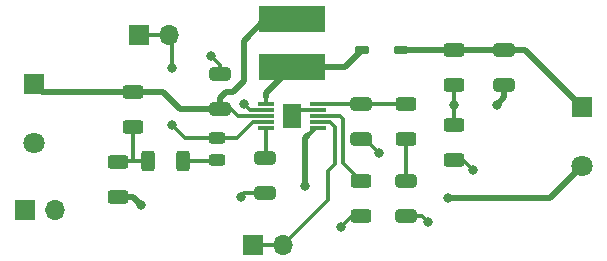
<source format=gbr>
%TF.GenerationSoftware,KiCad,Pcbnew,7.0.9*%
%TF.CreationDate,2023-12-10T23:23:11+01:00*%
%TF.ProjectId,LED Driver,4c454420-4472-4697-9665-722e6b696361,rev?*%
%TF.SameCoordinates,Original*%
%TF.FileFunction,Copper,L1,Top*%
%TF.FilePolarity,Positive*%
%FSLAX46Y46*%
G04 Gerber Fmt 4.6, Leading zero omitted, Abs format (unit mm)*
G04 Created by KiCad (PCBNEW 7.0.9) date 2023-12-10 23:23:11*
%MOMM*%
%LPD*%
G01*
G04 APERTURE LIST*
G04 Aperture macros list*
%AMRoundRect*
0 Rectangle with rounded corners*
0 $1 Rounding radius*
0 $2 $3 $4 $5 $6 $7 $8 $9 X,Y pos of 4 corners*
0 Add a 4 corners polygon primitive as box body*
4,1,4,$2,$3,$4,$5,$6,$7,$8,$9,$2,$3,0*
0 Add four circle primitives for the rounded corners*
1,1,$1+$1,$2,$3*
1,1,$1+$1,$4,$5*
1,1,$1+$1,$6,$7*
1,1,$1+$1,$8,$9*
0 Add four rect primitives between the rounded corners*
20,1,$1+$1,$2,$3,$4,$5,0*
20,1,$1+$1,$4,$5,$6,$7,0*
20,1,$1+$1,$6,$7,$8,$9,0*
20,1,$1+$1,$8,$9,$2,$3,0*%
G04 Aperture macros list end*
%TA.AperFunction,SMDPad,CuDef*%
%ADD10R,5.700000X2.200000*%
%TD*%
%TA.AperFunction,SMDPad,CuDef*%
%ADD11RoundRect,0.131400X0.473600X0.233600X-0.473600X0.233600X-0.473600X-0.233600X0.473600X-0.233600X0*%
%TD*%
%TA.AperFunction,SMDPad,CuDef*%
%ADD12RoundRect,0.250000X-0.625000X0.312500X-0.625000X-0.312500X0.625000X-0.312500X0.625000X0.312500X0*%
%TD*%
%TA.AperFunction,ComponentPad*%
%ADD13R,1.700000X1.700000*%
%TD*%
%TA.AperFunction,ComponentPad*%
%ADD14O,1.700000X1.700000*%
%TD*%
%TA.AperFunction,SMDPad,CuDef*%
%ADD15RoundRect,0.250000X-0.650000X0.325000X-0.650000X-0.325000X0.650000X-0.325000X0.650000X0.325000X0*%
%TD*%
%TA.AperFunction,ComponentPad*%
%ADD16R,1.800000X1.800000*%
%TD*%
%TA.AperFunction,ComponentPad*%
%ADD17C,1.800000*%
%TD*%
%TA.AperFunction,SMDPad,CuDef*%
%ADD18RoundRect,0.250000X0.312500X0.625000X-0.312500X0.625000X-0.312500X-0.625000X0.312500X-0.625000X0*%
%TD*%
%TA.AperFunction,SMDPad,CuDef*%
%ADD19R,1.400000X0.300000*%
%TD*%
%TA.AperFunction,SMDPad,CuDef*%
%ADD20R,1.600000X2.000000*%
%TD*%
%TA.AperFunction,SMDPad,CuDef*%
%ADD21RoundRect,0.243750X-0.456250X0.243750X-0.456250X-0.243750X0.456250X-0.243750X0.456250X0.243750X0*%
%TD*%
%TA.AperFunction,SMDPad,CuDef*%
%ADD22RoundRect,0.250000X0.650000X-0.325000X0.650000X0.325000X-0.650000X0.325000X-0.650000X-0.325000X0*%
%TD*%
%TA.AperFunction,ViaPad*%
%ADD23C,0.600000*%
%TD*%
%TA.AperFunction,ViaPad*%
%ADD24C,0.800000*%
%TD*%
%TA.AperFunction,Conductor*%
%ADD25C,0.300000*%
%TD*%
%TA.AperFunction,Conductor*%
%ADD26C,0.500000*%
%TD*%
G04 APERTURE END LIST*
D10*
%TO.P,L1,1,1*%
%TO.N,VCC*%
X101100000Y-40600000D03*
%TO.P,L1,2,2*%
%TO.N,Net-(IC1-SW)*%
X101100000Y-44600000D03*
%TD*%
D11*
%TO.P,D1,A*%
%TO.N,Net-(IC1-SW)*%
X107032000Y-43180000D03*
%TO.P,D1,C*%
%TO.N,LED_0 +*%
X110392000Y-43180000D03*
%TD*%
D12*
%TO.P,R1,1*%
%TO.N,Net-(IC1-COMP)*%
X110744000Y-47813500D03*
%TO.P,R1,2*%
%TO.N,Net-(C3-Pad1)*%
X110744000Y-50738500D03*
%TD*%
D13*
%TO.P,J2,1,Pin_1*%
%TO.N,GND*%
X78475000Y-56750000D03*
D14*
%TO.P,J2,2,Pin_2*%
X81015000Y-56750000D03*
%TD*%
D12*
%TO.P,R6,1*%
%TO.N,VCC*%
X87630000Y-46797500D03*
%TO.P,R6,2*%
%TO.N,Net-(R4-Pad2)*%
X87630000Y-49722500D03*
%TD*%
%TO.P,R7,1*%
%TO.N,Net-(R4-Pad2)*%
X86350000Y-52687500D03*
%TO.P,R7,2*%
%TO.N,GND*%
X86350000Y-55612500D03*
%TD*%
D15*
%TO.P,C1,1*%
%TO.N,Net-(IC1-VDD)*%
X98806000Y-52373000D03*
%TO.P,C1,2*%
%TO.N,GND*%
X98806000Y-55323000D03*
%TD*%
D16*
%TO.P,LED_STRIP_0,1,1*%
%TO.N,LED_0 +*%
X125700000Y-48046000D03*
D17*
%TO.P,LED_STRIP_0,2,2*%
%TO.N,LED_0 -*%
X125700000Y-53046000D03*
%TD*%
D13*
%TO.P,J1,1,Pin_1*%
%TO.N,PWM_0*%
X97785000Y-59690000D03*
D14*
%TO.P,J1,2,Pin_2*%
X100325000Y-59690000D03*
%TD*%
D18*
%TO.P,R4,1*%
%TO.N,Net-(D2-A)*%
X91886500Y-52578000D03*
%TO.P,R4,2*%
%TO.N,Net-(R4-Pad2)*%
X88961500Y-52578000D03*
%TD*%
D12*
%TO.P,R5,1*%
%TO.N,Net-(IC1-ISET)*%
X106934000Y-54290500D03*
%TO.P,R5,2*%
%TO.N,GND*%
X106934000Y-57215500D03*
%TD*%
D13*
%TO.P,J3,1,Pin_1*%
%TO.N,FAULT_0*%
X88133000Y-41910000D03*
D14*
%TO.P,J3,2,Pin_2*%
X90673000Y-41910000D03*
%TD*%
D15*
%TO.P,C4,1*%
%TO.N,Net-(IC1-COMP)*%
X106934000Y-47801000D03*
%TO.P,C4,2*%
%TO.N,GND*%
X106934000Y-50751000D03*
%TD*%
%TO.P,C3,1*%
%TO.N,Net-(C3-Pad1)*%
X110744000Y-54278000D03*
%TO.P,C3,2*%
%TO.N,GND*%
X110744000Y-57228000D03*
%TD*%
D19*
%TO.P,IC1,1,SW*%
%TO.N,Net-(IC1-SW)*%
X98892000Y-47768000D03*
%TO.P,IC1,2,OVP*%
%TO.N,Net-(IC1-OVP)*%
X98892000Y-48268000D03*
%TO.P,IC1,3,VIN*%
%TO.N,VCC*%
X98892000Y-48768000D03*
%TO.P,IC1,4,~{FAULT}*%
%TO.N,FAULT_0*%
X98892000Y-49268000D03*
%TO.P,IC1,5,VDD*%
%TO.N,Net-(IC1-VDD)*%
X98892000Y-49768000D03*
%TO.P,IC1,6,LED*%
%TO.N,LED_0 -*%
X103292000Y-49768000D03*
%TO.P,IC1,7,EN/PWM*%
%TO.N,PWM_0*%
X103292000Y-49268000D03*
%TO.P,IC1,8,ISET*%
%TO.N,Net-(IC1-ISET)*%
X103292000Y-48768000D03*
%TO.P,IC1,9,GND_1*%
%TO.N,GND*%
X103292000Y-48268000D03*
%TO.P,IC1,10,COMP*%
%TO.N,Net-(IC1-COMP)*%
X103292000Y-47768000D03*
D20*
%TO.P,IC1,11,GND_2*%
%TO.N,GND*%
X101092000Y-48768000D03*
%TD*%
D16*
%TO.P,J4,1,1*%
%TO.N,VCC*%
X79300000Y-46100000D03*
D17*
%TO.P,J4,2,2*%
%TO.N,GND*%
X79300000Y-51100000D03*
%TD*%
D12*
%TO.P,R3,1*%
%TO.N,Net-(IC1-OVP)*%
X114808000Y-49591500D03*
%TO.P,R3,2*%
%TO.N,GND*%
X114808000Y-52516500D03*
%TD*%
D21*
%TO.P,D2,2,A*%
%TO.N,Net-(D2-A)*%
X94742000Y-52499500D03*
%TO.P,D2,1,K*%
%TO.N,FAULT_0*%
X94742000Y-50624500D03*
%TD*%
D15*
%TO.P,C5,1*%
%TO.N,LED_0 +*%
X119100000Y-43229000D03*
%TO.P,C5,2*%
%TO.N,GND*%
X119100000Y-46179000D03*
%TD*%
D22*
%TO.P,C2,1*%
%TO.N,VCC*%
X94996000Y-48211000D03*
%TO.P,C2,2*%
%TO.N,GND*%
X94996000Y-45261000D03*
%TD*%
D12*
%TO.P,R2,1*%
%TO.N,LED_0 +*%
X114808000Y-43241500D03*
%TO.P,R2,2*%
%TO.N,Net-(IC1-OVP)*%
X114808000Y-46166500D03*
%TD*%
D23*
%TO.N,GND*%
X101470000Y-49440000D03*
D24*
X108458000Y-51943000D03*
D23*
X101450000Y-48160000D03*
X100700000Y-49430000D03*
D24*
X116459000Y-53340000D03*
D23*
X101460000Y-48820000D03*
X100710000Y-48800000D03*
D24*
X118450000Y-47850000D03*
X94234000Y-43688000D03*
X105283000Y-58166000D03*
X112649000Y-57785000D03*
D23*
X100720000Y-48160000D03*
D24*
X96774000Y-55626000D03*
X88350000Y-56300000D03*
%TO.N,FAULT_0*%
X90932000Y-49530000D03*
X90932000Y-44704000D03*
%TO.N,Net-(IC1-OVP)*%
X114808000Y-47879000D03*
X97028000Y-47752000D03*
%TO.N,LED_0 -*%
X102235000Y-54737000D03*
X114300000Y-55753000D03*
%TD*%
D25*
%TO.N,Net-(IC1-VDD)*%
X98892000Y-49768000D02*
X98892000Y-52287000D01*
X98892000Y-52287000D02*
X98806000Y-52373000D01*
%TO.N,GND*%
X107266000Y-50751000D02*
X108458000Y-51943000D01*
X114808000Y-52516500D02*
X115635500Y-52516500D01*
D26*
X119100000Y-46179000D02*
X119100000Y-47200000D01*
D25*
X94996000Y-44450000D02*
X94234000Y-43688000D01*
X101823937Y-48268000D02*
X103292000Y-48268000D01*
X106934000Y-57215500D02*
X106233500Y-57215500D01*
X106233500Y-57215500D02*
X105283000Y-58166000D01*
X115635500Y-52516500D02*
X116459000Y-53340000D01*
D26*
X119100000Y-47200000D02*
X118450000Y-47850000D01*
D25*
X94996000Y-45261000D02*
X94996000Y-44450000D01*
X106934000Y-50751000D02*
X107266000Y-50751000D01*
D26*
X87662500Y-55612500D02*
X88350000Y-56300000D01*
D25*
X101707937Y-48268000D02*
X101470000Y-48210000D01*
X101765937Y-48268000D02*
X101707937Y-48268000D01*
X98806000Y-55323000D02*
X97077000Y-55323000D01*
X101470000Y-48210000D02*
X101823937Y-48268000D01*
X97077000Y-55323000D02*
X96774000Y-55626000D01*
D26*
X86350000Y-55612500D02*
X87662500Y-55612500D01*
D25*
X110744000Y-57228000D02*
X112092000Y-57228000D01*
X112092000Y-57228000D02*
X112649000Y-57785000D01*
D26*
%TO.N,VCC*%
X97028000Y-42418000D02*
X97028000Y-45847000D01*
X79997500Y-46797500D02*
X79300000Y-46100000D01*
X94996000Y-47244000D02*
X94996000Y-48211000D01*
D25*
X98892000Y-48768000D02*
X96520000Y-48768000D01*
D26*
X95504000Y-46736000D02*
X94996000Y-47244000D01*
X97028000Y-45847000D02*
X96139000Y-46736000D01*
X87630000Y-46797500D02*
X90231500Y-46797500D01*
X91645000Y-48211000D02*
X94996000Y-48211000D01*
X101100000Y-40600000D02*
X98846000Y-40600000D01*
X90231500Y-46797500D02*
X91645000Y-48211000D01*
D25*
X96520000Y-48768000D02*
X95963000Y-48211000D01*
D26*
X96139000Y-46736000D02*
X95504000Y-46736000D01*
D25*
X95963000Y-48211000D02*
X94996000Y-48211000D01*
D26*
X87630000Y-46797500D02*
X79997500Y-46797500D01*
X98846000Y-40600000D02*
X97028000Y-42418000D01*
D25*
%TO.N,Net-(C3-Pad1)*%
X110744000Y-54278000D02*
X110744000Y-50738500D01*
%TO.N,Net-(IC1-COMP)*%
X106934000Y-47801000D02*
X106885000Y-47752000D01*
X106934000Y-47801000D02*
X110731500Y-47801000D01*
X106901000Y-47768000D02*
X106934000Y-47801000D01*
X110731500Y-47801000D02*
X110744000Y-47813500D01*
X103292000Y-47768000D02*
X106901000Y-47768000D01*
D26*
%TO.N,LED_0 +*%
X114746500Y-43180000D02*
X114808000Y-43241500D01*
X119100000Y-43229000D02*
X120883000Y-43229000D01*
X119875500Y-43241500D02*
X119888000Y-43229000D01*
X119087500Y-43241500D02*
X119100000Y-43229000D01*
X110392000Y-43180000D02*
X114746500Y-43180000D01*
X120883000Y-43229000D02*
X125700000Y-48046000D01*
X114808000Y-43241500D02*
X119087500Y-43241500D01*
%TO.N,Net-(IC1-SW)*%
X101100000Y-44600000D02*
X98892000Y-46808000D01*
X105612000Y-44600000D02*
X107032000Y-43180000D01*
D25*
X98892000Y-47768000D02*
X98892000Y-47158000D01*
D26*
X98892000Y-46808000D02*
X98892000Y-47158000D01*
X101100000Y-44600000D02*
X105612000Y-44600000D01*
D25*
%TO.N,FAULT_0*%
X92026500Y-50624500D02*
X90932000Y-49530000D01*
X88133000Y-41910000D02*
X90673000Y-41910000D01*
X98892000Y-49268000D02*
X97842000Y-49268000D01*
X90932000Y-44704000D02*
X90932000Y-42169000D01*
X96485500Y-50624500D02*
X94742000Y-50624500D01*
X94742000Y-50624500D02*
X92026500Y-50624500D01*
X97842000Y-49268000D02*
X96485500Y-50624500D01*
X90932000Y-42169000D02*
X90673000Y-41910000D01*
%TO.N,Net-(D2-A)*%
X91886500Y-52578000D02*
X94663500Y-52578000D01*
X94663500Y-52578000D02*
X94742000Y-52499500D01*
%TO.N,Net-(IC1-OVP)*%
X98892000Y-48268000D02*
X97544000Y-48268000D01*
X114808000Y-47879000D02*
X114808000Y-46166500D01*
X97544000Y-48268000D02*
X97028000Y-47752000D01*
X114808000Y-49591500D02*
X114808000Y-47879000D01*
D26*
%TO.N,LED_0 -*%
X102235000Y-50673000D02*
X102489000Y-50419000D01*
X102235000Y-54737000D02*
X102235000Y-50673000D01*
D25*
X103292000Y-49768000D02*
X103140000Y-49768000D01*
D26*
X122993000Y-55753000D02*
X114300000Y-55753000D01*
D25*
X103140000Y-49768000D02*
X102489000Y-50419000D01*
D26*
X125700000Y-53046000D02*
X122993000Y-55753000D01*
D25*
%TO.N,PWM_0*%
X97785000Y-59690000D02*
X100325000Y-59690000D01*
X104140000Y-53467000D02*
X104140000Y-55875000D01*
X104140000Y-55875000D02*
X100325000Y-59690000D01*
X104775000Y-52832000D02*
X104140000Y-53467000D01*
X104342000Y-49268000D02*
X104775000Y-49701000D01*
X104775000Y-49701000D02*
X104775000Y-52832000D01*
X103292000Y-49268000D02*
X104342000Y-49268000D01*
%TO.N,Net-(IC1-ISET)*%
X105156000Y-48768000D02*
X105410000Y-49022000D01*
X105410000Y-49022000D02*
X105410000Y-52766500D01*
X103292000Y-48768000D02*
X105156000Y-48768000D01*
X105410000Y-52766500D02*
X106934000Y-54290500D01*
%TO.N,Net-(R4-Pad2)*%
X87630000Y-49722500D02*
X87630000Y-52578000D01*
X87630000Y-52578000D02*
X88961500Y-52578000D01*
X86552500Y-52578000D02*
X87630000Y-52578000D01*
%TD*%
M02*

</source>
